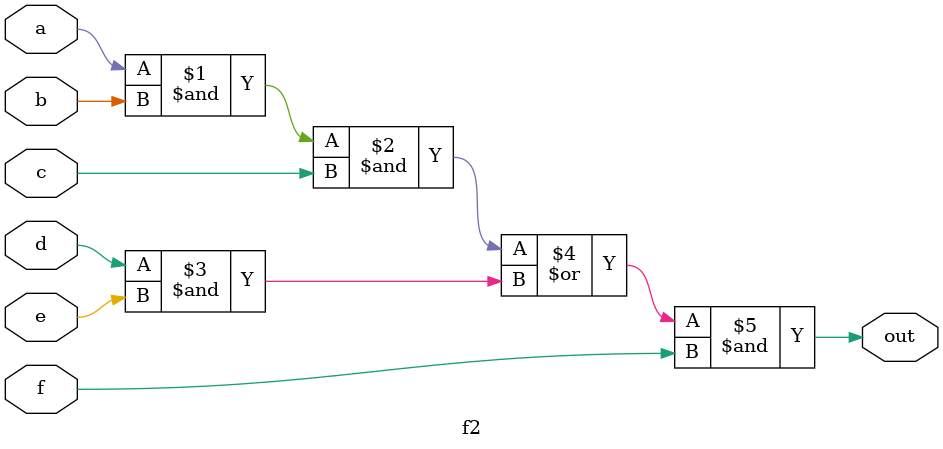
<source format=v>
module f2 (a, b, c, d, e, f, out);

input a, b, c, d, e, f;
output out;
assign out = ((a & b & c) | (d & e)) & f;

endmodule

</source>
